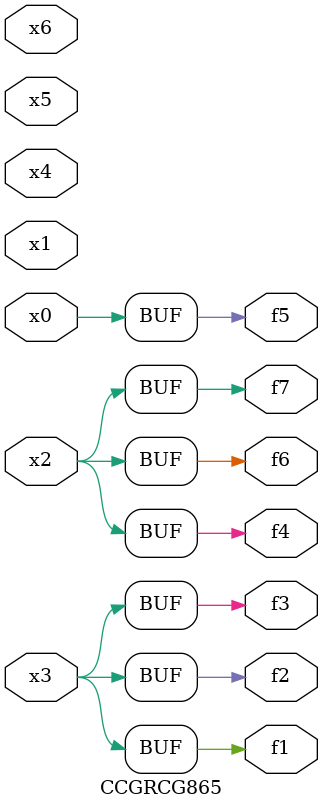
<source format=v>
module CCGRCG865(
	input x0, x1, x2, x3, x4, x5, x6,
	output f1, f2, f3, f4, f5, f6, f7
);
	assign f1 = x3;
	assign f2 = x3;
	assign f3 = x3;
	assign f4 = x2;
	assign f5 = x0;
	assign f6 = x2;
	assign f7 = x2;
endmodule

</source>
